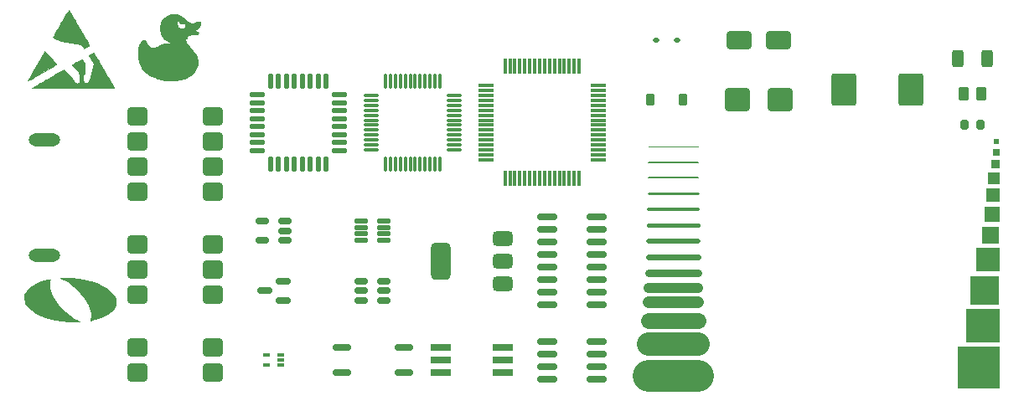
<source format=gbl>
G04 #@! TF.GenerationSoftware,KiCad,Pcbnew,9.0.3*
G04 #@! TF.CreationDate,2025-10-17T11:28:40-04:00*
G04 #@! TF.ProjectId,smt_training,736d745f-7472-4616-996e-696e672e6b69,1*
G04 #@! TF.SameCoordinates,Original*
G04 #@! TF.FileFunction,Copper,L2,Bot*
G04 #@! TF.FilePolarity,Positive*
%FSLAX46Y46*%
G04 Gerber Fmt 4.6, Leading zero omitted, Abs format (unit mm)*
G04 Created by KiCad (PCBNEW 9.0.3) date 2025-10-17 11:28:40*
%MOMM*%
%LPD*%
G01*
G04 APERTURE LIST*
G04 Aperture macros list*
%AMRoundRect*
0 Rectangle with rounded corners*
0 $1 Rounding radius*
0 $2 $3 $4 $5 $6 $7 $8 $9 X,Y pos of 4 corners*
0 Add a 4 corners polygon primitive as box body*
4,1,4,$2,$3,$4,$5,$6,$7,$8,$9,$2,$3,0*
0 Add four circle primitives for the rounded corners*
1,1,$1+$1,$2,$3*
1,1,$1+$1,$4,$5*
1,1,$1+$1,$6,$7*
1,1,$1+$1,$8,$9*
0 Add four rect primitives between the rounded corners*
20,1,$1+$1,$2,$3,$4,$5,0*
20,1,$1+$1,$4,$5,$6,$7,0*
20,1,$1+$1,$6,$7,$8,$9,0*
20,1,$1+$1,$8,$9,$2,$3,0*%
G04 Aperture macros list end*
G04 #@! TA.AperFunction,NonConductor*
%ADD10C,0.150000*%
G04 #@! TD*
G04 #@! TA.AperFunction,NonConductor*
%ADD11C,0.100000*%
G04 #@! TD*
G04 #@! TA.AperFunction,NonConductor*
%ADD12C,0.250000*%
G04 #@! TD*
G04 #@! TA.AperFunction,NonConductor*
%ADD13C,2.400000*%
G04 #@! TD*
G04 #@! TA.AperFunction,NonConductor*
%ADD14C,0.800000*%
G04 #@! TD*
G04 #@! TA.AperFunction,NonConductor*
%ADD15C,0.500000*%
G04 #@! TD*
G04 #@! TA.AperFunction,NonConductor*
%ADD16C,0.200000*%
G04 #@! TD*
G04 #@! TA.AperFunction,NonConductor*
%ADD17C,3.200000*%
G04 #@! TD*
G04 #@! TA.AperFunction,NonConductor*
%ADD18C,1.000000*%
G04 #@! TD*
G04 #@! TA.AperFunction,NonConductor*
%ADD19C,0.600000*%
G04 #@! TD*
G04 #@! TA.AperFunction,NonConductor*
%ADD20C,0.400000*%
G04 #@! TD*
G04 #@! TA.AperFunction,NonConductor*
%ADD21C,1.200000*%
G04 #@! TD*
G04 #@! TA.AperFunction,NonConductor*
%ADD22C,1.600000*%
G04 #@! TD*
G04 #@! TA.AperFunction,NonConductor*
%ADD23C,0.300000*%
G04 #@! TD*
G04 #@! TA.AperFunction,EtchedComponent*
%ADD24C,0.000000*%
G04 #@! TD*
G04 #@! TA.AperFunction,EtchedComponent*
%ADD25C,0.010000*%
G04 #@! TD*
G04 #@! TA.AperFunction,SMDPad,CuDef*
%ADD26RoundRect,0.249999X0.750001X0.640001X-0.750001X0.640001X-0.750001X-0.640001X0.750001X-0.640001X0*%
G04 #@! TD*
G04 #@! TA.AperFunction,SMDPad,CuDef*
%ADD27RoundRect,0.150000X0.825000X0.150000X-0.825000X0.150000X-0.825000X-0.150000X0.825000X-0.150000X0*%
G04 #@! TD*
G04 #@! TA.AperFunction,ComponentPad*
%ADD28R,1.600000X1.600000*%
G04 #@! TD*
G04 #@! TA.AperFunction,SMDPad,CuDef*
%ADD29RoundRect,0.125000X0.125000X0.625000X-0.125000X0.625000X-0.125000X-0.625000X0.125000X-0.625000X0*%
G04 #@! TD*
G04 #@! TA.AperFunction,SMDPad,CuDef*
%ADD30RoundRect,0.125000X0.625000X0.125000X-0.625000X0.125000X-0.625000X-0.125000X0.625000X-0.125000X0*%
G04 #@! TD*
G04 #@! TA.AperFunction,ComponentPad*
%ADD31R,0.700000X0.700000*%
G04 #@! TD*
G04 #@! TA.AperFunction,ComponentPad*
%ADD32R,3.000000X3.000000*%
G04 #@! TD*
G04 #@! TA.AperFunction,SMDPad,CuDef*
%ADD33RoundRect,0.375000X0.625000X0.375000X-0.625000X0.375000X-0.625000X-0.375000X0.625000X-0.375000X0*%
G04 #@! TD*
G04 #@! TA.AperFunction,SMDPad,CuDef*
%ADD34RoundRect,0.500000X0.500000X1.400000X-0.500000X1.400000X-0.500000X-1.400000X0.500000X-1.400000X0*%
G04 #@! TD*
G04 #@! TA.AperFunction,SMDPad,CuDef*
%ADD35RoundRect,0.250000X1.000000X-1.400000X1.000000X1.400000X-1.000000X1.400000X-1.000000X-1.400000X0*%
G04 #@! TD*
G04 #@! TA.AperFunction,SMDPad,CuDef*
%ADD36RoundRect,0.250000X0.312500X0.625000X-0.312500X0.625000X-0.312500X-0.625000X0.312500X-0.625000X0*%
G04 #@! TD*
G04 #@! TA.AperFunction,ComponentPad*
%ADD37R,0.600000X0.600000*%
G04 #@! TD*
G04 #@! TA.AperFunction,ComponentPad*
%ADD38R,2.400000X2.400000*%
G04 #@! TD*
G04 #@! TA.AperFunction,SMDPad,CuDef*
%ADD39RoundRect,0.250000X0.262500X0.450000X-0.262500X0.450000X-0.262500X-0.450000X0.262500X-0.450000X0*%
G04 #@! TD*
G04 #@! TA.AperFunction,SMDPad,CuDef*
%ADD40RoundRect,0.200000X0.200000X0.275000X-0.200000X0.275000X-0.200000X-0.275000X0.200000X-0.275000X0*%
G04 #@! TD*
G04 #@! TA.AperFunction,ComponentPad*
%ADD41R,1.400000X1.400000*%
G04 #@! TD*
G04 #@! TA.AperFunction,SMDPad,CuDef*
%ADD42RoundRect,0.075000X0.075000X0.700000X-0.075000X0.700000X-0.075000X-0.700000X0.075000X-0.700000X0*%
G04 #@! TD*
G04 #@! TA.AperFunction,SMDPad,CuDef*
%ADD43RoundRect,0.075000X0.700000X0.075000X-0.700000X0.075000X-0.700000X-0.075000X0.700000X-0.075000X0*%
G04 #@! TD*
G04 #@! TA.AperFunction,SMDPad,CuDef*
%ADD44RoundRect,0.125000X0.537500X0.125000X-0.537500X0.125000X-0.537500X-0.125000X0.537500X-0.125000X0*%
G04 #@! TD*
G04 #@! TA.AperFunction,SMDPad,CuDef*
%ADD45RoundRect,0.150000X0.512500X0.150000X-0.512500X0.150000X-0.512500X-0.150000X0.512500X-0.150000X0*%
G04 #@! TD*
G04 #@! TA.AperFunction,SMDPad,CuDef*
%ADD46RoundRect,0.150000X0.750000X0.150000X-0.750000X0.150000X-0.750000X-0.150000X0.750000X-0.150000X0*%
G04 #@! TD*
G04 #@! TA.AperFunction,ComponentPad*
%ADD47R,0.900000X0.900000*%
G04 #@! TD*
G04 #@! TA.AperFunction,SMDPad,CuDef*
%ADD48RoundRect,0.250000X1.000000X0.650000X-1.000000X0.650000X-1.000000X-0.650000X1.000000X-0.650000X0*%
G04 #@! TD*
G04 #@! TA.AperFunction,SMDPad,CuDef*
%ADD49RoundRect,0.225000X0.225000X0.375000X-0.225000X0.375000X-0.225000X-0.375000X0.225000X-0.375000X0*%
G04 #@! TD*
G04 #@! TA.AperFunction,SMDPad,CuDef*
%ADD50RoundRect,0.250000X1.000000X0.900000X-1.000000X0.900000X-1.000000X-0.900000X1.000000X-0.900000X0*%
G04 #@! TD*
G04 #@! TA.AperFunction,ComponentPad*
%ADD51R,1.800000X1.800000*%
G04 #@! TD*
G04 #@! TA.AperFunction,SMDPad,CuDef*
%ADD52RoundRect,0.087500X0.250000X0.087500X-0.250000X0.087500X-0.250000X-0.087500X0.250000X-0.087500X0*%
G04 #@! TD*
G04 #@! TA.AperFunction,SMDPad,CuDef*
%ADD53RoundRect,0.112500X0.187500X0.112500X-0.187500X0.112500X-0.187500X-0.112500X0.187500X-0.112500X0*%
G04 #@! TD*
G04 #@! TA.AperFunction,ComponentPad*
%ADD54R,1.200000X1.200000*%
G04 #@! TD*
G04 #@! TA.AperFunction,ComponentPad*
%ADD55R,4.200000X4.200000*%
G04 #@! TD*
G04 #@! TA.AperFunction,SMDPad,CuDef*
%ADD56RoundRect,0.075000X0.075000X0.662500X-0.075000X0.662500X-0.075000X-0.662500X0.075000X-0.662500X0*%
G04 #@! TD*
G04 #@! TA.AperFunction,SMDPad,CuDef*
%ADD57RoundRect,0.075000X0.662500X0.075000X-0.662500X0.075000X-0.662500X-0.075000X0.662500X-0.075000X0*%
G04 #@! TD*
G04 #@! TA.AperFunction,ComponentPad*
%ADD58R,3.400000X3.400000*%
G04 #@! TD*
G04 #@! TA.AperFunction,SMDPad,CuDef*
%ADD59RoundRect,0.150000X0.587500X0.150000X-0.587500X0.150000X-0.587500X-0.150000X0.587500X-0.150000X0*%
G04 #@! TD*
G04 #@! TA.AperFunction,SMDPad,CuDef*
%ADD60R,2.000000X0.640000*%
G04 #@! TD*
G04 #@! TA.AperFunction,HeatsinkPad*
%ADD61O,3.200000X1.300000*%
G04 #@! TD*
G04 APERTURE END LIST*
D10*
X88140000Y-54083000D02*
X83140000Y-54083000D01*
D11*
X88140000Y-52483000D02*
X83140000Y-52483000D01*
D12*
X88140000Y-57283000D02*
X83140000Y-57283000D01*
D13*
X88140000Y-72483000D02*
X83140000Y-72483000D01*
D14*
X88140000Y-65283000D02*
X83140000Y-65283000D01*
D15*
X88140000Y-62083000D02*
X83140000Y-62083000D01*
D16*
X88140000Y-55683000D02*
X83140000Y-55683000D01*
D17*
X88140000Y-75683000D02*
X83140000Y-75683000D01*
D18*
X88140000Y-66783000D02*
X83140000Y-66783000D01*
D19*
X88140000Y-63683000D02*
X83140000Y-63683000D01*
D20*
X88140000Y-60483000D02*
X83140000Y-60483000D01*
D21*
X88140000Y-68283000D02*
X83140000Y-68283000D01*
D22*
X88140000Y-70083000D02*
X83140000Y-70083000D01*
D23*
X88140000Y-58883000D02*
X83140000Y-58883000D01*
D24*
G04 #@! TA.AperFunction,EtchedComponent*
G36*
X24396543Y-65791090D02*
G01*
X24715230Y-65805518D01*
X25054506Y-65828103D01*
X25392848Y-65857793D01*
X25708730Y-65893537D01*
X25980626Y-65934285D01*
X26122456Y-65961965D01*
X26464483Y-66041689D01*
X26833569Y-66140851D01*
X27171251Y-66244234D01*
X27451027Y-66343481D01*
X28052974Y-66609432D01*
X28546136Y-66905620D01*
X28930094Y-67225178D01*
X29204427Y-67561240D01*
X29368716Y-67906940D01*
X29422541Y-68255411D01*
X29365481Y-68599787D01*
X29197116Y-68933201D01*
X28917027Y-69248787D01*
X28524794Y-69539677D01*
X28019996Y-69799007D01*
X27402213Y-70019909D01*
X27214755Y-70074818D01*
X26984746Y-70137699D01*
X26843550Y-70164994D01*
X26773815Y-70157221D01*
X26758187Y-70114901D01*
X26779313Y-70038552D01*
X26787201Y-70015118D01*
X26828444Y-69759123D01*
X26822459Y-69445138D01*
X26772998Y-69120529D01*
X26683811Y-68832663D01*
X26584840Y-68622512D01*
X26350016Y-68211794D01*
X26060782Y-67782649D01*
X25743036Y-67372338D01*
X25422674Y-67018121D01*
X25399504Y-66995080D01*
X25110307Y-66731042D01*
X24790707Y-66474484D01*
X24469200Y-66245791D01*
X24174286Y-66065350D01*
X23934462Y-65953547D01*
X23927993Y-65951252D01*
X23803489Y-65888190D01*
X23752020Y-65825481D01*
X23779272Y-65807248D01*
X23907039Y-65790903D01*
X24119971Y-65785868D01*
X24396543Y-65791090D01*
G37*
G04 #@! TD.AperFunction*
G04 #@! TA.AperFunction,EtchedComponent*
G36*
X22762427Y-65970630D02*
G01*
X22742405Y-66043271D01*
X22727510Y-66098269D01*
X22695407Y-66274588D01*
X22670445Y-66482989D01*
X22686068Y-66788240D01*
X22792035Y-67174643D01*
X22979566Y-67594151D01*
X23236410Y-68031157D01*
X23550312Y-68470054D01*
X23909020Y-68895236D01*
X24300281Y-69291096D01*
X24711842Y-69642027D01*
X25131450Y-69932422D01*
X25546851Y-70146676D01*
X25590461Y-70165659D01*
X25716319Y-70231444D01*
X25766924Y-70276998D01*
X25730341Y-70294132D01*
X25591685Y-70304893D01*
X25369431Y-70304875D01*
X25084645Y-70295422D01*
X24758388Y-70277879D01*
X24411723Y-70253590D01*
X24065714Y-70223900D01*
X23741424Y-70190152D01*
X23459915Y-70153692D01*
X23242251Y-70115863D01*
X22978257Y-70053953D01*
X22499857Y-69917214D01*
X22030426Y-69755332D01*
X21607372Y-69581690D01*
X21268101Y-69409668D01*
X21090460Y-69293819D01*
X20818044Y-69079306D01*
X20559077Y-68838068D01*
X20344271Y-68599461D01*
X20204341Y-68392845D01*
X20155421Y-68275985D01*
X20094055Y-67953843D01*
X20111031Y-67615334D01*
X20206252Y-67314887D01*
X20215813Y-67296519D01*
X20455160Y-66968013D01*
X20805086Y-66668300D01*
X21256767Y-66402622D01*
X21801376Y-66176217D01*
X22430091Y-65994327D01*
X22487001Y-65980897D01*
X22659181Y-65943276D01*
X22742838Y-65938576D01*
X22762427Y-65970630D01*
G37*
G04 #@! TD.AperFunction*
D25*
X27092528Y-43029109D02*
X27100275Y-43040669D01*
X27127963Y-43086073D01*
X27173493Y-43162625D01*
X27235122Y-43267338D01*
X27311108Y-43397223D01*
X27399706Y-43549292D01*
X27499175Y-43720559D01*
X27607772Y-43908035D01*
X27723753Y-44108732D01*
X27845376Y-44319663D01*
X27878731Y-44377573D01*
X28010621Y-44606546D01*
X28143395Y-44837033D01*
X28274340Y-45064328D01*
X28400745Y-45283723D01*
X28519897Y-45490512D01*
X28629084Y-45679986D01*
X28725594Y-45847440D01*
X28806714Y-45988165D01*
X28869732Y-46097454D01*
X29167414Y-46613587D01*
X24993420Y-46613587D01*
X24820863Y-46613572D01*
X24409623Y-46613414D01*
X24010976Y-46613090D01*
X23626865Y-46612609D01*
X23259231Y-46611979D01*
X22910013Y-46611208D01*
X22581153Y-46610304D01*
X22274592Y-46609276D01*
X21992271Y-46608132D01*
X21736130Y-46606880D01*
X21508111Y-46605529D01*
X21310154Y-46604087D01*
X21144201Y-46602563D01*
X21012191Y-46600964D01*
X20916067Y-46599299D01*
X20857769Y-46597576D01*
X20839237Y-46595804D01*
X20852996Y-46586837D01*
X20900468Y-46558264D01*
X20978443Y-46512265D01*
X21083749Y-46450665D01*
X21213215Y-46375288D01*
X21363670Y-46287960D01*
X21531942Y-46190504D01*
X21714860Y-46084746D01*
X21909253Y-45972511D01*
X22111948Y-45855623D01*
X22319775Y-45735907D01*
X22529561Y-45615187D01*
X22738137Y-45495289D01*
X22942330Y-45378037D01*
X23138968Y-45265256D01*
X23324881Y-45158770D01*
X23496897Y-45060405D01*
X23651844Y-44971985D01*
X23786552Y-44895335D01*
X23897848Y-44832280D01*
X23982562Y-44784644D01*
X24037521Y-44754252D01*
X24059555Y-44742929D01*
X24073934Y-44745735D01*
X24117247Y-44771263D01*
X24179001Y-44818557D01*
X24252409Y-44882698D01*
X24318527Y-44946908D01*
X24402741Y-45034375D01*
X24496966Y-45136490D01*
X24596373Y-45247630D01*
X24696132Y-45362175D01*
X24791412Y-45474500D01*
X24877384Y-45578985D01*
X24949217Y-45670006D01*
X25002081Y-45741941D01*
X25031147Y-45789168D01*
X25050550Y-45823659D01*
X25103248Y-45895037D01*
X25170995Y-45970974D01*
X25244133Y-46041730D01*
X25313001Y-46097566D01*
X25367942Y-46128744D01*
X25428620Y-46135950D01*
X25509589Y-46116032D01*
X25586544Y-46070362D01*
X25646265Y-46004824D01*
X25656606Y-45987821D01*
X25669773Y-45959974D01*
X25678354Y-45926461D01*
X25682901Y-45880083D01*
X25683964Y-45813638D01*
X25682092Y-45719927D01*
X25677837Y-45591748D01*
X25674788Y-45517603D01*
X25668309Y-45400346D01*
X25660662Y-45297721D01*
X25652560Y-45218750D01*
X25644716Y-45172454D01*
X25625726Y-45119568D01*
X25569427Y-45015421D01*
X25481944Y-44892019D01*
X25362210Y-44747914D01*
X25209156Y-44581656D01*
X25142738Y-44511607D01*
X25065943Y-44428975D01*
X25002560Y-44358916D01*
X24957803Y-44307214D01*
X24936885Y-44279652D01*
X24934735Y-44275275D01*
X24932156Y-44256434D01*
X24945039Y-44235544D01*
X24978661Y-44208104D01*
X25038298Y-44169611D01*
X25129227Y-44115565D01*
X25206527Y-44070444D01*
X25348774Y-43987907D01*
X25460772Y-43923796D01*
X25546282Y-43876029D01*
X25609066Y-43842524D01*
X25652886Y-43821200D01*
X25681503Y-43809976D01*
X25711116Y-43797523D01*
X25728424Y-43780799D01*
X25730043Y-43776854D01*
X25755367Y-43754915D01*
X25801650Y-43726658D01*
X25874876Y-43687223D01*
X25928944Y-43737556D01*
X25948041Y-43757948D01*
X25992472Y-43813365D01*
X26046723Y-43887356D01*
X26103054Y-43969606D01*
X26223097Y-44151322D01*
X26218386Y-44622416D01*
X26213675Y-45093509D01*
X26145079Y-45160157D01*
X26122028Y-45183918D01*
X26048110Y-45290666D01*
X26004961Y-45417605D01*
X25990259Y-45570894D01*
X25993910Y-45653027D01*
X26019678Y-45797905D01*
X26066644Y-45930136D01*
X26130736Y-46036236D01*
X26175242Y-46074923D01*
X26254352Y-46104307D01*
X26343908Y-46107697D01*
X26432446Y-46086656D01*
X26508502Y-46042750D01*
X26560613Y-45977545D01*
X26562318Y-45974011D01*
X26593817Y-45909457D01*
X26627177Y-45841994D01*
X26655497Y-45778663D01*
X26696122Y-45671920D01*
X26740943Y-45540318D01*
X26788403Y-45389724D01*
X26836943Y-45226001D01*
X26885006Y-45055014D01*
X26931035Y-44882626D01*
X26973472Y-44714703D01*
X27010760Y-44557109D01*
X27041340Y-44415708D01*
X27063657Y-44296365D01*
X27076152Y-44204943D01*
X27077267Y-44147307D01*
X27074754Y-44134214D01*
X27050263Y-44067932D01*
X27004817Y-43979257D01*
X26942406Y-43876207D01*
X26918452Y-43839071D01*
X26822203Y-43687644D01*
X26740389Y-43555217D01*
X26674812Y-43444889D01*
X26627277Y-43359755D01*
X26599591Y-43302914D01*
X26593555Y-43277462D01*
X26594254Y-43276564D01*
X26619240Y-43258231D01*
X26672637Y-43224723D01*
X26747129Y-43180501D01*
X26835401Y-43130025D01*
X26842863Y-43125834D01*
X26938707Y-43073101D01*
X27005456Y-43039472D01*
X27049251Y-43022536D01*
X27076228Y-43019885D01*
X27092528Y-43029109D01*
G04 #@! TA.AperFunction,EtchedComponent*
G36*
X27092528Y-43029109D02*
G01*
X27100275Y-43040669D01*
X27127963Y-43086073D01*
X27173493Y-43162625D01*
X27235122Y-43267338D01*
X27311108Y-43397223D01*
X27399706Y-43549292D01*
X27499175Y-43720559D01*
X27607772Y-43908035D01*
X27723753Y-44108732D01*
X27845376Y-44319663D01*
X27878731Y-44377573D01*
X28010621Y-44606546D01*
X28143395Y-44837033D01*
X28274340Y-45064328D01*
X28400745Y-45283723D01*
X28519897Y-45490512D01*
X28629084Y-45679986D01*
X28725594Y-45847440D01*
X28806714Y-45988165D01*
X28869732Y-46097454D01*
X29167414Y-46613587D01*
X24993420Y-46613587D01*
X24820863Y-46613572D01*
X24409623Y-46613414D01*
X24010976Y-46613090D01*
X23626865Y-46612609D01*
X23259231Y-46611979D01*
X22910013Y-46611208D01*
X22581153Y-46610304D01*
X22274592Y-46609276D01*
X21992271Y-46608132D01*
X21736130Y-46606880D01*
X21508111Y-46605529D01*
X21310154Y-46604087D01*
X21144201Y-46602563D01*
X21012191Y-46600964D01*
X20916067Y-46599299D01*
X20857769Y-46597576D01*
X20839237Y-46595804D01*
X20852996Y-46586837D01*
X20900468Y-46558264D01*
X20978443Y-46512265D01*
X21083749Y-46450665D01*
X21213215Y-46375288D01*
X21363670Y-46287960D01*
X21531942Y-46190504D01*
X21714860Y-46084746D01*
X21909253Y-45972511D01*
X22111948Y-45855623D01*
X22319775Y-45735907D01*
X22529561Y-45615187D01*
X22738137Y-45495289D01*
X22942330Y-45378037D01*
X23138968Y-45265256D01*
X23324881Y-45158770D01*
X23496897Y-45060405D01*
X23651844Y-44971985D01*
X23786552Y-44895335D01*
X23897848Y-44832280D01*
X23982562Y-44784644D01*
X24037521Y-44754252D01*
X24059555Y-44742929D01*
X24073934Y-44745735D01*
X24117247Y-44771263D01*
X24179001Y-44818557D01*
X24252409Y-44882698D01*
X24318527Y-44946908D01*
X24402741Y-45034375D01*
X24496966Y-45136490D01*
X24596373Y-45247630D01*
X24696132Y-45362175D01*
X24791412Y-45474500D01*
X24877384Y-45578985D01*
X24949217Y-45670006D01*
X25002081Y-45741941D01*
X25031147Y-45789168D01*
X25050550Y-45823659D01*
X25103248Y-45895037D01*
X25170995Y-45970974D01*
X25244133Y-46041730D01*
X25313001Y-46097566D01*
X25367942Y-46128744D01*
X25428620Y-46135950D01*
X25509589Y-46116032D01*
X25586544Y-46070362D01*
X25646265Y-46004824D01*
X25656606Y-45987821D01*
X25669773Y-45959974D01*
X25678354Y-45926461D01*
X25682901Y-45880083D01*
X25683964Y-45813638D01*
X25682092Y-45719927D01*
X25677837Y-45591748D01*
X25674788Y-45517603D01*
X25668309Y-45400346D01*
X25660662Y-45297721D01*
X25652560Y-45218750D01*
X25644716Y-45172454D01*
X25625726Y-45119568D01*
X25569427Y-45015421D01*
X25481944Y-44892019D01*
X25362210Y-44747914D01*
X25209156Y-44581656D01*
X25142738Y-44511607D01*
X25065943Y-44428975D01*
X25002560Y-44358916D01*
X24957803Y-44307214D01*
X24936885Y-44279652D01*
X24934735Y-44275275D01*
X24932156Y-44256434D01*
X24945039Y-44235544D01*
X24978661Y-44208104D01*
X25038298Y-44169611D01*
X25129227Y-44115565D01*
X25206527Y-44070444D01*
X25348774Y-43987907D01*
X25460772Y-43923796D01*
X25546282Y-43876029D01*
X25609066Y-43842524D01*
X25652886Y-43821200D01*
X25681503Y-43809976D01*
X25711116Y-43797523D01*
X25728424Y-43780799D01*
X25730043Y-43776854D01*
X25755367Y-43754915D01*
X25801650Y-43726658D01*
X25874876Y-43687223D01*
X25928944Y-43737556D01*
X25948041Y-43757948D01*
X25992472Y-43813365D01*
X26046723Y-43887356D01*
X26103054Y-43969606D01*
X26223097Y-44151322D01*
X26218386Y-44622416D01*
X26213675Y-45093509D01*
X26145079Y-45160157D01*
X26122028Y-45183918D01*
X26048110Y-45290666D01*
X26004961Y-45417605D01*
X25990259Y-45570894D01*
X25993910Y-45653027D01*
X26019678Y-45797905D01*
X26066644Y-45930136D01*
X26130736Y-46036236D01*
X26175242Y-46074923D01*
X26254352Y-46104307D01*
X26343908Y-46107697D01*
X26432446Y-46086656D01*
X26508502Y-46042750D01*
X26560613Y-45977545D01*
X26562318Y-45974011D01*
X26593817Y-45909457D01*
X26627177Y-45841994D01*
X26655497Y-45778663D01*
X26696122Y-45671920D01*
X26740943Y-45540318D01*
X26788403Y-45389724D01*
X26836943Y-45226001D01*
X26885006Y-45055014D01*
X26931035Y-44882626D01*
X26973472Y-44714703D01*
X27010760Y-44557109D01*
X27041340Y-44415708D01*
X27063657Y-44296365D01*
X27076152Y-44204943D01*
X27077267Y-44147307D01*
X27074754Y-44134214D01*
X27050263Y-44067932D01*
X27004817Y-43979257D01*
X26942406Y-43876207D01*
X26918452Y-43839071D01*
X26822203Y-43687644D01*
X26740389Y-43555217D01*
X26674812Y-43444889D01*
X26627277Y-43359755D01*
X26599591Y-43302914D01*
X26593555Y-43277462D01*
X26594254Y-43276564D01*
X26619240Y-43258231D01*
X26672637Y-43224723D01*
X26747129Y-43180501D01*
X26835401Y-43130025D01*
X26842863Y-43125834D01*
X26938707Y-43073101D01*
X27005456Y-43039472D01*
X27049251Y-43022536D01*
X27076228Y-43019885D01*
X27092528Y-43029109D01*
G37*
G04 #@! TD.AperFunction*
X24582052Y-38689619D02*
X24597580Y-38712962D01*
X24631791Y-38769043D01*
X24682966Y-38854880D01*
X24749387Y-38967491D01*
X24829335Y-39103894D01*
X24921092Y-39261106D01*
X25022940Y-39436147D01*
X25133161Y-39626032D01*
X25250035Y-39827781D01*
X25371845Y-40038412D01*
X25496873Y-40254942D01*
X25623399Y-40474389D01*
X25749706Y-40693771D01*
X25874076Y-40910105D01*
X25994789Y-41120411D01*
X26110128Y-41321706D01*
X26218374Y-41511007D01*
X26317809Y-41685333D01*
X26406714Y-41841701D01*
X26483371Y-41977129D01*
X26546062Y-42088636D01*
X26593069Y-42173239D01*
X26622672Y-42227956D01*
X26633155Y-42249805D01*
X26633165Y-42249972D01*
X26616261Y-42272899D01*
X26567688Y-42311763D01*
X26492499Y-42362885D01*
X26395748Y-42422588D01*
X26330863Y-42460781D01*
X26237499Y-42513891D01*
X26172467Y-42547361D01*
X26131410Y-42563075D01*
X26109972Y-42562916D01*
X26103794Y-42548765D01*
X26103323Y-42546458D01*
X26085666Y-42518315D01*
X26047603Y-42470458D01*
X25996149Y-42411812D01*
X25972410Y-42386620D01*
X25898794Y-42318809D01*
X25817386Y-42260848D01*
X25723350Y-42211039D01*
X25611845Y-42167682D01*
X25478036Y-42129077D01*
X25317083Y-42093526D01*
X25124148Y-42059328D01*
X24894394Y-42024784D01*
X24629952Y-41985847D01*
X24374311Y-41944034D01*
X24150778Y-41902120D01*
X23954357Y-41858895D01*
X23780050Y-41813151D01*
X23622858Y-41763679D01*
X23477785Y-41709269D01*
X23339833Y-41648713D01*
X23238448Y-41598774D01*
X23141605Y-41546222D01*
X23065020Y-41499307D01*
X23014679Y-41461717D01*
X22996569Y-41437144D01*
X22997103Y-41435333D01*
X23011691Y-41406374D01*
X23044767Y-41345729D01*
X23094372Y-41256794D01*
X23158547Y-41142965D01*
X23235335Y-41007637D01*
X23322777Y-40854205D01*
X23418916Y-40686065D01*
X23521793Y-40506611D01*
X23629450Y-40319241D01*
X23739929Y-40127347D01*
X23851271Y-39934327D01*
X23961519Y-39743575D01*
X24068715Y-39558487D01*
X24170899Y-39382458D01*
X24266115Y-39218884D01*
X24352403Y-39071159D01*
X24427806Y-38942680D01*
X24490366Y-38836841D01*
X24538124Y-38757038D01*
X24569122Y-38706666D01*
X24581402Y-38689121D01*
X24582052Y-38689619D01*
G04 #@! TA.AperFunction,EtchedComponent*
G36*
X24582052Y-38689619D02*
G01*
X24597580Y-38712962D01*
X24631791Y-38769043D01*
X24682966Y-38854880D01*
X24749387Y-38967491D01*
X24829335Y-39103894D01*
X24921092Y-39261106D01*
X25022940Y-39436147D01*
X25133161Y-39626032D01*
X25250035Y-39827781D01*
X25371845Y-40038412D01*
X25496873Y-40254942D01*
X25623399Y-40474389D01*
X25749706Y-40693771D01*
X25874076Y-40910105D01*
X25994789Y-41120411D01*
X26110128Y-41321706D01*
X26218374Y-41511007D01*
X26317809Y-41685333D01*
X26406714Y-41841701D01*
X26483371Y-41977129D01*
X26546062Y-42088636D01*
X26593069Y-42173239D01*
X26622672Y-42227956D01*
X26633155Y-42249805D01*
X26633165Y-42249972D01*
X26616261Y-42272899D01*
X26567688Y-42311763D01*
X26492499Y-42362885D01*
X26395748Y-42422588D01*
X26330863Y-42460781D01*
X26237499Y-42513891D01*
X26172467Y-42547361D01*
X26131410Y-42563075D01*
X26109972Y-42562916D01*
X26103794Y-42548765D01*
X26103323Y-42546458D01*
X26085666Y-42518315D01*
X26047603Y-42470458D01*
X25996149Y-42411812D01*
X25972410Y-42386620D01*
X25898794Y-42318809D01*
X25817386Y-42260848D01*
X25723350Y-42211039D01*
X25611845Y-42167682D01*
X25478036Y-42129077D01*
X25317083Y-42093526D01*
X25124148Y-42059328D01*
X24894394Y-42024784D01*
X24629952Y-41985847D01*
X24374311Y-41944034D01*
X24150778Y-41902120D01*
X23954357Y-41858895D01*
X23780050Y-41813151D01*
X23622858Y-41763679D01*
X23477785Y-41709269D01*
X23339833Y-41648713D01*
X23238448Y-41598774D01*
X23141605Y-41546222D01*
X23065020Y-41499307D01*
X23014679Y-41461717D01*
X22996569Y-41437144D01*
X22997103Y-41435333D01*
X23011691Y-41406374D01*
X23044767Y-41345729D01*
X23094372Y-41256794D01*
X23158547Y-41142965D01*
X23235335Y-41007637D01*
X23322777Y-40854205D01*
X23418916Y-40686065D01*
X23521793Y-40506611D01*
X23629450Y-40319241D01*
X23739929Y-40127347D01*
X23851271Y-39934327D01*
X23961519Y-39743575D01*
X24068715Y-39558487D01*
X24170899Y-39382458D01*
X24266115Y-39218884D01*
X24352403Y-39071159D01*
X24427806Y-38942680D01*
X24490366Y-38836841D01*
X24538124Y-38757038D01*
X24569122Y-38706666D01*
X24581402Y-38689121D01*
X24582052Y-38689619D01*
G37*
G04 #@! TD.AperFunction*
X22208597Y-42956835D02*
X22227700Y-42975240D01*
X22283401Y-43031370D01*
X22357074Y-43107787D01*
X22445138Y-43200592D01*
X22544012Y-43305888D01*
X22650118Y-43419777D01*
X22759875Y-43538362D01*
X22869702Y-43657744D01*
X22976020Y-43774025D01*
X23075248Y-43883309D01*
X23163807Y-43981696D01*
X23238115Y-44065290D01*
X23294593Y-44130192D01*
X23329661Y-44172505D01*
X23339738Y-44188330D01*
X23336280Y-44190078D01*
X23303208Y-44208534D01*
X23237796Y-44245743D01*
X23142799Y-44300120D01*
X23020973Y-44370078D01*
X22875072Y-44454031D01*
X22707852Y-44550393D01*
X22522068Y-44657577D01*
X22320476Y-44773997D01*
X22105830Y-44898067D01*
X21880887Y-45028202D01*
X21796809Y-45076857D01*
X21575820Y-45204689D01*
X21366410Y-45325747D01*
X21171302Y-45438460D01*
X20993219Y-45541259D01*
X20834886Y-45632574D01*
X20699025Y-45710833D01*
X20588360Y-45774468D01*
X20505614Y-45821907D01*
X20453512Y-45851582D01*
X20434776Y-45861920D01*
X20435618Y-45856414D01*
X20450993Y-45824771D01*
X20479269Y-45774219D01*
X20496615Y-45744297D01*
X20533504Y-45680488D01*
X20587786Y-45586509D01*
X20657698Y-45465417D01*
X20741477Y-45320265D01*
X20837362Y-45154107D01*
X20943588Y-44969999D01*
X21058392Y-44770995D01*
X21180013Y-44560149D01*
X21306687Y-44340517D01*
X21430722Y-44125516D01*
X21551310Y-43916630D01*
X21664701Y-43720349D01*
X21769191Y-43539614D01*
X21863079Y-43377367D01*
X21944660Y-43236549D01*
X22012231Y-43120102D01*
X22064089Y-43030969D01*
X22098531Y-42972090D01*
X22113854Y-42946408D01*
X22145292Y-42897372D01*
X22208597Y-42956835D01*
G04 #@! TA.AperFunction,EtchedComponent*
G36*
X22208597Y-42956835D02*
G01*
X22227700Y-42975240D01*
X22283401Y-43031370D01*
X22357074Y-43107787D01*
X22445138Y-43200592D01*
X22544012Y-43305888D01*
X22650118Y-43419777D01*
X22759875Y-43538362D01*
X22869702Y-43657744D01*
X22976020Y-43774025D01*
X23075248Y-43883309D01*
X23163807Y-43981696D01*
X23238115Y-44065290D01*
X23294593Y-44130192D01*
X23329661Y-44172505D01*
X23339738Y-44188330D01*
X23336280Y-44190078D01*
X23303208Y-44208534D01*
X23237796Y-44245743D01*
X23142799Y-44300120D01*
X23020973Y-44370078D01*
X22875072Y-44454031D01*
X22707852Y-44550393D01*
X22522068Y-44657577D01*
X22320476Y-44773997D01*
X22105830Y-44898067D01*
X21880887Y-45028202D01*
X21796809Y-45076857D01*
X21575820Y-45204689D01*
X21366410Y-45325747D01*
X21171302Y-45438460D01*
X20993219Y-45541259D01*
X20834886Y-45632574D01*
X20699025Y-45710833D01*
X20588360Y-45774468D01*
X20505614Y-45821907D01*
X20453512Y-45851582D01*
X20434776Y-45861920D01*
X20435618Y-45856414D01*
X20450993Y-45824771D01*
X20479269Y-45774219D01*
X20496615Y-45744297D01*
X20533504Y-45680488D01*
X20587786Y-45586509D01*
X20657698Y-45465417D01*
X20741477Y-45320265D01*
X20837362Y-45154107D01*
X20943588Y-44969999D01*
X21058392Y-44770995D01*
X21180013Y-44560149D01*
X21306687Y-44340517D01*
X21430722Y-44125516D01*
X21551310Y-43916630D01*
X21664701Y-43720349D01*
X21769191Y-43539614D01*
X21863079Y-43377367D01*
X21944660Y-43236549D01*
X22012231Y-43120102D01*
X22064089Y-43030969D01*
X22098531Y-42972090D01*
X22113854Y-42946408D01*
X22145292Y-42897372D01*
X22208597Y-42956835D01*
G37*
G04 #@! TD.AperFunction*
D24*
G04 #@! TA.AperFunction,EtchedComponent*
G36*
X36581396Y-39821325D02*
G01*
X36610922Y-39843590D01*
X36649394Y-39867620D01*
X36700505Y-39895768D01*
X36767943Y-39930387D01*
X36802214Y-39947495D01*
X36890791Y-39989910D01*
X36964805Y-40021578D01*
X37027307Y-40043003D01*
X37081345Y-40054689D01*
X37129970Y-40057143D01*
X37176230Y-40050869D01*
X37223175Y-40036371D01*
X37273854Y-40014155D01*
X37305824Y-39998911D01*
X37394111Y-39958938D01*
X37480027Y-39922921D01*
X37559368Y-39892501D01*
X37627932Y-39869318D01*
X37681515Y-39855014D01*
X37690242Y-39853278D01*
X37773264Y-39846367D01*
X37847991Y-39859050D01*
X37916294Y-39891620D01*
X37918409Y-39893001D01*
X37951397Y-39919086D01*
X37971525Y-39948338D01*
X37981569Y-39986835D01*
X37984300Y-40040655D01*
X37984176Y-40051346D01*
X37971705Y-40152242D01*
X37952956Y-40213133D01*
X37939541Y-40256700D01*
X37888736Y-40361991D01*
X37820345Y-40465386D01*
X37802675Y-40487961D01*
X37767427Y-40528468D01*
X37726408Y-40569510D01*
X37676486Y-40613953D01*
X37614533Y-40664665D01*
X37537417Y-40724510D01*
X37508413Y-40746885D01*
X37474572Y-40774451D01*
X37455703Y-40792698D01*
X37449929Y-40803557D01*
X37455375Y-40808959D01*
X37531801Y-40836405D01*
X37604901Y-40869421D01*
X37665993Y-40904431D01*
X37711883Y-40939589D01*
X37739377Y-40973051D01*
X37747362Y-40991436D01*
X37752241Y-41037762D01*
X37737474Y-41084630D01*
X37704504Y-41130336D01*
X37654774Y-41173171D01*
X37589726Y-41211431D01*
X37510803Y-41243407D01*
X37510574Y-41243483D01*
X37485743Y-41250956D01*
X37460091Y-41256628D01*
X37430111Y-41260766D01*
X37392291Y-41263639D01*
X37343123Y-41265513D01*
X37279096Y-41266655D01*
X37196703Y-41267333D01*
X37118175Y-41267869D01*
X37056331Y-41268687D01*
X37009429Y-41270116D01*
X36973967Y-41272494D01*
X36946444Y-41276158D01*
X36923359Y-41281448D01*
X36901209Y-41288700D01*
X36876492Y-41298254D01*
X36834929Y-41312449D01*
X36789839Y-41323521D01*
X36754474Y-41327753D01*
X36751428Y-41327756D01*
X36725317Y-41329130D01*
X36707963Y-41336126D01*
X36692994Y-41353294D01*
X36674037Y-41385182D01*
X36632622Y-41451508D01*
X36556993Y-41550731D01*
X36470299Y-41643214D01*
X36398043Y-41712551D01*
X36462640Y-41847591D01*
X36476606Y-41876077D01*
X36527603Y-41970220D01*
X36588138Y-42067993D01*
X36659683Y-42171451D01*
X36743706Y-42282650D01*
X36841677Y-42403647D01*
X36955065Y-42536496D01*
X37061869Y-42661642D01*
X37198546Y-42831447D01*
X37317638Y-42992241D01*
X37419920Y-43145202D01*
X37506166Y-43291508D01*
X37577150Y-43432336D01*
X37633647Y-43568866D01*
X37643611Y-43596956D01*
X37681115Y-43731154D01*
X37701626Y-43866486D01*
X37705086Y-44005409D01*
X37691439Y-44150379D01*
X37660626Y-44303853D01*
X37612590Y-44468288D01*
X37551276Y-44628994D01*
X37464519Y-44802593D01*
X37360335Y-44963787D01*
X37238432Y-45112893D01*
X37098513Y-45250230D01*
X36940285Y-45376114D01*
X36763452Y-45490865D01*
X36567719Y-45594800D01*
X36495341Y-45628414D01*
X36319780Y-45700448D01*
X36137227Y-45761881D01*
X35944945Y-45813393D01*
X35740204Y-45855667D01*
X35520268Y-45889384D01*
X35282405Y-45915225D01*
X35277361Y-45915568D01*
X35247936Y-45916480D01*
X35200828Y-45917089D01*
X35139236Y-45917387D01*
X35066359Y-45917365D01*
X34985396Y-45917013D01*
X34899545Y-45916323D01*
X34869552Y-45915997D01*
X34741120Y-45913741D01*
X34628609Y-45909986D01*
X34527132Y-45904342D01*
X34431803Y-45896418D01*
X34337734Y-45885823D01*
X34240037Y-45872165D01*
X34133826Y-45855054D01*
X34006785Y-45831409D01*
X33754849Y-45771856D01*
X33507748Y-45696825D01*
X33267997Y-45607393D01*
X33038115Y-45504637D01*
X32820616Y-45389634D01*
X32618017Y-45263460D01*
X32432836Y-45127193D01*
X32378260Y-45081418D01*
X32303078Y-45013111D01*
X32226419Y-44938363D01*
X32152054Y-44861117D01*
X32083754Y-44785322D01*
X32025291Y-44714921D01*
X31980437Y-44653863D01*
X31930086Y-44573796D01*
X31848994Y-44419969D01*
X31779951Y-44252772D01*
X31722604Y-44071017D01*
X31676603Y-43873518D01*
X31641595Y-43659088D01*
X31617231Y-43426538D01*
X31614137Y-43379761D01*
X31610691Y-43297779D01*
X31608630Y-43204987D01*
X31607889Y-43105016D01*
X31608401Y-43001496D01*
X31610098Y-42898057D01*
X31612916Y-42798330D01*
X31616786Y-42705946D01*
X31621643Y-42624534D01*
X31627420Y-42557725D01*
X31634051Y-42509148D01*
X31641941Y-42468680D01*
X31676775Y-42328094D01*
X31720568Y-42198892D01*
X31772323Y-42083098D01*
X31831041Y-41982740D01*
X31895726Y-41899845D01*
X31965378Y-41836437D01*
X31972477Y-41831338D01*
X32038361Y-41794460D01*
X32110841Y-41769432D01*
X32184460Y-41757216D01*
X32253760Y-41758776D01*
X32313282Y-41775073D01*
X32319001Y-41777773D01*
X32353281Y-41799323D01*
X32384634Y-41830186D01*
X32415206Y-41873317D01*
X32447144Y-41931670D01*
X32482592Y-42008202D01*
X32499237Y-42045469D01*
X32526282Y-42101098D01*
X32553595Y-42148606D01*
X32584452Y-42192454D01*
X32622130Y-42237106D01*
X32669904Y-42287025D01*
X32731050Y-42346674D01*
X32756923Y-42371050D01*
X32816408Y-42423040D01*
X32868129Y-42461360D01*
X32915813Y-42488879D01*
X32924348Y-42493059D01*
X32957395Y-42508234D01*
X32985261Y-42517718D01*
X33014710Y-42522796D01*
X33052503Y-42524750D01*
X33105404Y-42524865D01*
X33133634Y-42524333D01*
X33196470Y-42520002D01*
X33258082Y-42510532D01*
X33321246Y-42494922D01*
X33388736Y-42472171D01*
X33463326Y-42441279D01*
X33547791Y-42401247D01*
X33644906Y-42351072D01*
X33757445Y-42289756D01*
X33824811Y-42252890D01*
X33916965Y-42204909D01*
X33997142Y-42167130D01*
X34069062Y-42138276D01*
X34136443Y-42117066D01*
X34203006Y-42102223D01*
X34272470Y-42092467D01*
X34348554Y-42086520D01*
X34362330Y-42085905D01*
X34420935Y-42085191D01*
X34493857Y-42086366D01*
X34575352Y-42089162D01*
X34659677Y-42093308D01*
X34741089Y-42098533D01*
X34813844Y-42104569D01*
X34872198Y-42111144D01*
X34884040Y-42112377D01*
X34891899Y-42110995D01*
X34887665Y-42104679D01*
X34869567Y-42092034D01*
X34835832Y-42071662D01*
X34784688Y-42042165D01*
X34757046Y-42026231D01*
X34614001Y-41938357D01*
X34478326Y-41844844D01*
X34340547Y-41739229D01*
X34263423Y-41674681D01*
X34175745Y-41591294D01*
X34101802Y-41506283D01*
X34037759Y-41414598D01*
X33979779Y-41311193D01*
X33924026Y-41191018D01*
X33906866Y-41149976D01*
X33849236Y-40988838D01*
X33810288Y-40833194D01*
X33789461Y-40679305D01*
X33786197Y-40523434D01*
X33799936Y-40361842D01*
X33807747Y-40309141D01*
X33846983Y-40130605D01*
X33862139Y-40086451D01*
X35584018Y-40086451D01*
X35603249Y-40190230D01*
X35641409Y-40293236D01*
X35659173Y-40326415D01*
X35702512Y-40388398D01*
X35755439Y-40447673D01*
X35812340Y-40498262D01*
X35867604Y-40534188D01*
X35878061Y-40539172D01*
X35939624Y-40559571D01*
X36007054Y-40570004D01*
X36072335Y-40569736D01*
X36127453Y-40558030D01*
X36147733Y-40549619D01*
X36214633Y-40507735D01*
X36269307Y-40450491D01*
X36311025Y-40380541D01*
X36339056Y-40300537D01*
X36352667Y-40213133D01*
X36351129Y-40120982D01*
X36333710Y-40026737D01*
X36299679Y-39933050D01*
X36283750Y-39900512D01*
X36265202Y-39866914D01*
X36250886Y-39845540D01*
X36232299Y-39823662D01*
X36240341Y-39845540D01*
X36244693Y-39864306D01*
X36249567Y-39898886D01*
X36253326Y-39939806D01*
X36252368Y-39997899D01*
X36235516Y-40063831D01*
X36201359Y-40116741D01*
X36150380Y-40155944D01*
X36083065Y-40180755D01*
X36060768Y-40185392D01*
X36033756Y-40189249D01*
X36021013Y-40188525D01*
X36020614Y-40187963D01*
X36021274Y-40173582D01*
X36028628Y-40148919D01*
X36033906Y-40123633D01*
X36025486Y-40094330D01*
X36000394Y-40076149D01*
X35961173Y-40071990D01*
X35947013Y-40073804D01*
X35922457Y-40084760D01*
X35904741Y-40110454D01*
X35887155Y-40145652D01*
X35842809Y-40107693D01*
X35826671Y-40092066D01*
X35795094Y-40053300D01*
X35770149Y-40012918D01*
X35748547Y-39952669D01*
X35740785Y-39887343D01*
X35746938Y-39823376D01*
X35750349Y-39812723D01*
X36223146Y-39812723D01*
X36228615Y-39818192D01*
X36234085Y-39812723D01*
X36228615Y-39807254D01*
X36223146Y-39812723D01*
X35750349Y-39812723D01*
X35765760Y-39764593D01*
X35796007Y-39714817D01*
X35836434Y-39677874D01*
X35885797Y-39657587D01*
X35914499Y-39649093D01*
X35924139Y-39640519D01*
X35913370Y-39635501D01*
X35882691Y-39637309D01*
X35840800Y-39646369D01*
X35763944Y-39678587D01*
X35698932Y-39728273D01*
X35646917Y-39794135D01*
X35609050Y-39874885D01*
X35586482Y-39969230D01*
X35584394Y-39985895D01*
X35584018Y-40086451D01*
X33862139Y-40086451D01*
X33903957Y-39964621D01*
X33978175Y-39811713D01*
X34069141Y-39672409D01*
X34176360Y-39547233D01*
X34299337Y-39436713D01*
X34437576Y-39341375D01*
X34590584Y-39261743D01*
X34757864Y-39198346D01*
X34938921Y-39151707D01*
X34946576Y-39150171D01*
X35051482Y-39132197D01*
X35156025Y-39119568D01*
X35255098Y-39112651D01*
X35343595Y-39111813D01*
X35416408Y-39117420D01*
X35572419Y-39147795D01*
X35748989Y-39202946D01*
X35922128Y-39279682D01*
X36091880Y-39378021D01*
X36109500Y-39389557D01*
X36170825Y-39431586D01*
X36227690Y-39474221D01*
X36283129Y-39520198D01*
X36340176Y-39572252D01*
X36401866Y-39633120D01*
X36471233Y-39705538D01*
X36551311Y-39792240D01*
X36557126Y-39798470D01*
X36572261Y-39812723D01*
X36581396Y-39821325D01*
G37*
G04 #@! TD.AperFunction*
D26*
X39100000Y-62440500D03*
X39100000Y-64980500D03*
X39100000Y-67520500D03*
X31480000Y-67520500D03*
X31480000Y-64980500D03*
X31480000Y-62440500D03*
D27*
X77875000Y-72225500D03*
X77875000Y-73495500D03*
X77875000Y-74765500D03*
X77875000Y-76035500D03*
X72925000Y-76035500D03*
X72925000Y-74765500D03*
X72925000Y-73495500D03*
X72925000Y-72225500D03*
D28*
X117840000Y-59343000D03*
D29*
X50580000Y-45918000D03*
X49780000Y-45918000D03*
X48980000Y-45918000D03*
X48180000Y-45918000D03*
X47380000Y-45918000D03*
X46580000Y-45918000D03*
X45780000Y-45918000D03*
X44980000Y-45918000D03*
D30*
X43605000Y-47293000D03*
X43605000Y-48093000D03*
X43605000Y-48893000D03*
X43605000Y-49693000D03*
X43605000Y-50493000D03*
X43605000Y-51293000D03*
X43605000Y-52093000D03*
X43605000Y-52893000D03*
D29*
X44980000Y-54268000D03*
X45780000Y-54268000D03*
X46580000Y-54268000D03*
X47380000Y-54268000D03*
X48180000Y-54268000D03*
X48980000Y-54268000D03*
X49780000Y-54268000D03*
X50580000Y-54268000D03*
D30*
X51955000Y-52893000D03*
X51955000Y-52093000D03*
X51955000Y-51293000D03*
X51955000Y-50493000D03*
X51955000Y-49693000D03*
X51955000Y-48893000D03*
X51955000Y-48093000D03*
X51955000Y-47293000D03*
D31*
X118290000Y-53093000D03*
D32*
X117140000Y-67043000D03*
D33*
X68440000Y-61793000D03*
X68440000Y-64093000D03*
X68440000Y-66393000D03*
D34*
X62140000Y-64093000D03*
D35*
X102870000Y-46793000D03*
X109670000Y-46793000D03*
D36*
X114427500Y-43653000D03*
X117352500Y-43653000D03*
D37*
X118340000Y-52043000D03*
D38*
X117440000Y-63943000D03*
D39*
X114977500Y-47178000D03*
X116802500Y-47178000D03*
D40*
X115065000Y-50303000D03*
X116715000Y-50303000D03*
D41*
X117940000Y-57443000D03*
D42*
X76150000Y-44418000D03*
X75650000Y-44418000D03*
X75150000Y-44418000D03*
X74650000Y-44418000D03*
X74150000Y-44418000D03*
X73650000Y-44418000D03*
X73150000Y-44418000D03*
X72650000Y-44418000D03*
X72150000Y-44418000D03*
X71650000Y-44418000D03*
X71150000Y-44418000D03*
X70650000Y-44418000D03*
X70150000Y-44418000D03*
X69650000Y-44418000D03*
X69150000Y-44418000D03*
X68650000Y-44418000D03*
D43*
X66725000Y-46343000D03*
X66725000Y-46843000D03*
X66725000Y-47343000D03*
X66725000Y-47843000D03*
X66725000Y-48343000D03*
X66725000Y-48843000D03*
X66725000Y-49343000D03*
X66725000Y-49843000D03*
X66725000Y-50343000D03*
X66725000Y-50843000D03*
X66725000Y-51343000D03*
X66725000Y-51843000D03*
X66725000Y-52343000D03*
X66725000Y-52843000D03*
X66725000Y-53343000D03*
X66725000Y-53843000D03*
D42*
X68650000Y-55768000D03*
X69150000Y-55768000D03*
X69650000Y-55768000D03*
X70150000Y-55768000D03*
X70650000Y-55768000D03*
X71150000Y-55768000D03*
X71650000Y-55768000D03*
X72150000Y-55768000D03*
X72650000Y-55768000D03*
X73150000Y-55768000D03*
X73650000Y-55768000D03*
X74150000Y-55768000D03*
X74650000Y-55768000D03*
X75150000Y-55768000D03*
X75650000Y-55768000D03*
X76150000Y-55768000D03*
D43*
X78075000Y-53843000D03*
X78075000Y-53343000D03*
X78075000Y-52843000D03*
X78075000Y-52343000D03*
X78075000Y-51843000D03*
X78075000Y-51343000D03*
X78075000Y-50843000D03*
X78075000Y-50343000D03*
X78075000Y-49843000D03*
X78075000Y-49343000D03*
X78075000Y-48843000D03*
X78075000Y-48343000D03*
X78075000Y-47843000D03*
X78075000Y-47343000D03*
X78075000Y-46843000D03*
X78075000Y-46343000D03*
D26*
X31480000Y-72860500D03*
X31480000Y-75400500D03*
X39100000Y-75400500D03*
X39100000Y-72860500D03*
D44*
X54152500Y-60035500D03*
X54152500Y-60685500D03*
X54152500Y-61335500D03*
X54152500Y-61985500D03*
X56427500Y-61985500D03*
X56427500Y-61335500D03*
X56427500Y-60685500D03*
X56427500Y-60035500D03*
D45*
X54152500Y-66148000D03*
X54152500Y-67098000D03*
X54152500Y-68048000D03*
X56427500Y-68048000D03*
X56427500Y-67098000D03*
X56427500Y-66148000D03*
D46*
X52140000Y-72860500D03*
X52140000Y-75400500D03*
X58440000Y-75400500D03*
X58440000Y-72860500D03*
D47*
X118190000Y-54293000D03*
D48*
X92270000Y-41793000D03*
X96270000Y-41793000D03*
D49*
X83320000Y-47793000D03*
X86620000Y-47793000D03*
D50*
X92120000Y-47793000D03*
X96420000Y-47793000D03*
D51*
X117740000Y-61443000D03*
D52*
X44577500Y-73630500D03*
X44577500Y-74630500D03*
X46002500Y-74630500D03*
X46002500Y-74130500D03*
X46002500Y-73630500D03*
D53*
X83920000Y-41793000D03*
X86020000Y-41793000D03*
D54*
X118040000Y-55743000D03*
D55*
X116540000Y-74843000D03*
D56*
X62080000Y-45930500D03*
X61580000Y-45930500D03*
X61080000Y-45930500D03*
X60580000Y-45930500D03*
X60080000Y-45930500D03*
X59580000Y-45930500D03*
X59080000Y-45930500D03*
X58580000Y-45930500D03*
X58080000Y-45930500D03*
X57580000Y-45930500D03*
X57080000Y-45930500D03*
X56580000Y-45930500D03*
D57*
X55167500Y-47343000D03*
X55167500Y-47843000D03*
X55167500Y-48343000D03*
X55167500Y-48843000D03*
X55167500Y-49343000D03*
X55167500Y-49843000D03*
X55167500Y-50343000D03*
X55167500Y-50843000D03*
X55167500Y-51343000D03*
X55167500Y-51843000D03*
X55167500Y-52343000D03*
X55167500Y-52843000D03*
D56*
X56580000Y-54255500D03*
X57080000Y-54255500D03*
X57580000Y-54255500D03*
X58080000Y-54255500D03*
X58580000Y-54255500D03*
X59080000Y-54255500D03*
X59580000Y-54255500D03*
X60080000Y-54255500D03*
X60580000Y-54255500D03*
X61080000Y-54255500D03*
X61580000Y-54255500D03*
X62080000Y-54255500D03*
D57*
X63492500Y-52843000D03*
X63492500Y-52343000D03*
X63492500Y-51843000D03*
X63492500Y-51343000D03*
X63492500Y-50843000D03*
X63492500Y-50343000D03*
X63492500Y-49843000D03*
X63492500Y-49343000D03*
X63492500Y-48843000D03*
X63492500Y-48343000D03*
X63492500Y-47843000D03*
X63492500Y-47343000D03*
D58*
X116940000Y-70643000D03*
D59*
X44352500Y-67098000D03*
X46227500Y-68048000D03*
X46227500Y-66148000D03*
D45*
X44152500Y-60073000D03*
X44152500Y-61973000D03*
X46427500Y-61973000D03*
X46427500Y-61023000D03*
X46427500Y-60073000D03*
D26*
X31480000Y-49480500D03*
X31480000Y-52020500D03*
X31480000Y-54560500D03*
X31480000Y-57100500D03*
X39100000Y-57100500D03*
X39100000Y-54560500D03*
X39100000Y-52020500D03*
X39100000Y-49480500D03*
D60*
X62140000Y-72860500D03*
X62140000Y-74130500D03*
X62140000Y-75400500D03*
X68440000Y-75400500D03*
X68440000Y-74130500D03*
X68440000Y-72860500D03*
D27*
X77875000Y-59648000D03*
X77875000Y-60918000D03*
X77875000Y-62188000D03*
X77875000Y-63458000D03*
X77875000Y-64728000D03*
X77875000Y-65998000D03*
X77875000Y-67268000D03*
X77875000Y-68538000D03*
X72925000Y-68538000D03*
X72925000Y-67268000D03*
X72925000Y-65998000D03*
X72925000Y-64728000D03*
X72925000Y-63458000D03*
X72925000Y-62188000D03*
X72925000Y-60918000D03*
X72925000Y-59648000D03*
D61*
X22140000Y-63542500D03*
X22140000Y-51842500D03*
M02*

</source>
